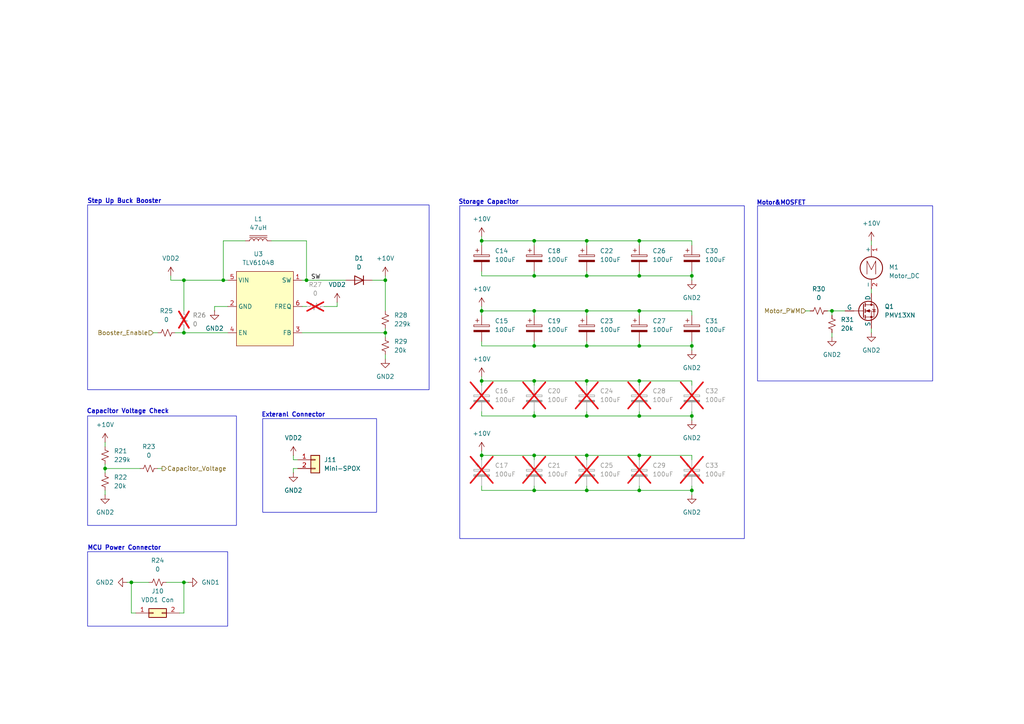
<source format=kicad_sch>
(kicad_sch (version 20231120) (generator "eeschema") (generator_version "8.0")
  (paper "A4")
  (title_block (title "Simple Lock Motor") (date "2024-04-27") (company "MAZE"))
  (lib_symbols
    (symbol "Connector_Generic:Conn_01x02" (pin_names (offset 1.016) hide)
      (property "Reference" "J" (at 0 2.54 0))
      (property "Value" "Conn_01x02" (at 0 -5.08 0))
      (symbol "Conn_01x02_1_1"
        (rectangle (start -1.27 -2.413) (end 0 -2.667) (stroke (width 0.1524)))
        (rectangle (start -1.27 0.127) (end 0 -0.127) (stroke (width 0.1524)))
        (rectangle (start -1.27 1.27) (end 1.27 -3.81) (stroke (width 0.254)) (fill (type background)))
        (pin passive line (at -5.08 0 0) (length 3.81) (name "Pin_1") (number "1"))
        (pin passive line (at -5.08 -2.54 0) (length 3.81) (name "Pin_2") (number "2"))
      )
    )
    (symbol "Connector_Generic:Conn_02x01" (pin_names (offset 1.016) hide)
      (property "Reference" "J" (at 1.27 2.54 0))
      (property "Value" "Conn_02x01" (at 1.27 -2.54 0))
      (symbol "Conn_02x01_1_1"
        (rectangle (start -1.27 0.127) (end 0 -0.127) (stroke (width 0.1524)))
        (rectangle (start -1.27 1.27) (end 3.81 -1.27) (stroke (width 0.254)) (fill (type background)))
        (rectangle (start 3.81 0.127) (end 2.54 -0.127) (stroke (width 0.1524)))
        (pin passive line (at -5.08 0 0) (length 3.81) (name "Pin_1") (number "1"))
        (pin passive line (at 7.62 0 180) (length 3.81) (name "Pin_2") (number "2"))
      )
    )
    (symbol "Device:C_Polarized" (pin_numbers hide) (pin_names (offset 0.254))
      (property "Reference" "C" (at 0.635 2.54 0))
      (property "Value" "C_Polarized" (at 0.635 -2.54 0))
      (symbol "C_Polarized_0_1"
        (rectangle (start -2.286 0.508) (end 2.286 1.016))
        (polyline (pts (xy -1.778 2.286) (xy -0.762 2.286)))
        (polyline (pts (xy -1.27 2.794) (xy -1.27 1.778)))
        (rectangle (start 2.286 -0.508) (end -2.286 -1.016) (fill (type outline)))
      )
      (symbol "C_Polarized_1_1"
        (pin passive line (at 0 3.81 270) (length 2.794) (name "~") (number "1"))
        (pin passive line (at 0 -3.81 90) (length 2.794) (name "~") (number "2"))
      )
    )
    (symbol "Device:D" (pin_numbers hide) (pin_names (offset 1.016) hide)
      (property "Reference" "D" (at 0 2.54 0))
      (property "Value" "D" (at 0 -2.54 0))
      (symbol "D_0_1"
        (polyline (pts (xy -1.27 1.27) (xy -1.27 -1.27)) (stroke (width 0.254)))
        (polyline (pts (xy 1.27 0) (xy -1.27 0)))
        (polyline (pts (xy 1.27 1.27) (xy 1.27 -1.27) (xy -1.27 0) (xy 1.27 1.27)) (stroke (width 0.254)))
      )
      (symbol "D_1_1"
        (pin passive line (at -3.81 0 0) (length 2.54) (name "K") (number "1"))
        (pin passive line (at 3.81 0 180) (length 2.54) (name "A") (number "2"))
      )
    )
    (symbol "Device:L_Iron" (pin_numbers hide) (pin_names (offset 1.016) hide)
      (property "Reference" "L" (at -1.27 0 90))
      (property "Value" "L_Iron" (at 2.794 0 90))
      (symbol "L_Iron_0_1"
        (arc (start 0 -2.54) (mid 0.6323 -1.905) (end 0 -1.27))
        (arc (start 0 -1.27) (mid 0.6323 -0.635) (end 0 0))
        (polyline (pts (xy 1.016 2.54) (xy 1.016 -2.54)))
        (polyline (pts (xy 1.524 -2.54) (xy 1.524 2.54)))
        (arc (start 0 0) (mid 0.6323 0.635) (end 0 1.27))
        (arc (start 0 1.27) (mid 0.6323 1.905) (end 0 2.54))
      )
      (symbol "L_Iron_1_1"
        (pin passive line (at 0 3.81 270) (length 1.27) (name "1") (number "1"))
        (pin passive line (at 0 -3.81 90) (length 1.27) (name "2") (number "2"))
      )
    )
    (symbol "Device:R_Small_US" (pin_numbers hide) (pin_names (offset 0.254) hide)
      (property "Reference" "R" (at 0.762 0.508 0))
      (property "Value" "R_Small_US" (at 0.762 -1.016 0))
      (symbol "R_Small_US_1_1"
        (polyline (pts (xy 0 0) (xy 1.016 -0.381) (xy 0 -0.762) (xy -1.016 -1.143) (xy 0 -1.524)))
        (polyline (pts (xy 0 1.524) (xy 1.016 1.143) (xy 0 0.762) (xy -1.016 0.381) (xy 0 0)))
        (pin passive line (at 0 2.54 270) (length 1.016) (name "~") (number "1"))
        (pin passive line (at 0 -2.54 90) (length 1.016) (name "~") (number "2"))
      )
    )
    (symbol "HS_Boost_Converter:TLV61048"
      (property "Reference" "U" (at 0 5.08 0))
      (property "Value" "TLV61048" (at 0.254 3.048 0))
      (symbol "TLV61048_0_0"
        (pin power_out line (at 21.59 -2.54 180) (length 2.54) (name "SW") (number "1"))
        (pin power_in line (at 0 -10.16 0) (length 2.54) (name "GND") (number "2"))
        (pin input line (at 21.59 -17.78 180) (length 2.54) (name "FB") (number "3"))
        (pin input line (at 0 -17.78 0) (length 2.54) (name "EN") (number "4"))
        (pin power_in line (at 0 -2.54 0) (length 2.54) (name "VIN") (number "5"))
        (pin input line (at 21.59 -10.16 180) (length 2.54) (name "FREQ") (number "6"))
      )
      (symbol "TLV61048_1_1"
        (rectangle (start 2.54 0) (end 19.05 -21.59) (fill (type background)))
      )
    )
    (symbol "Motor:Motor_DC" (pin_names (offset 0))
      (property "Reference" "M" (at 2.54 2.54 0))
      (property "Value" "Motor_DC" (at 2.54 -5.08 0))
      (symbol "Motor_DC_0_0"
        (polyline (pts (xy -1.27 -3.302) (xy -1.27 0.508) (xy 0 -2.032) (xy 1.27 0.508) (xy 1.27 -3.302)))
      )
      (symbol "Motor_DC_0_1"
        (circle (center 0 -1.524) (radius 3.2512) (stroke (width 0.254)))
        (polyline (pts (xy 0 -7.62) (xy 0 -7.112)))
        (polyline (pts (xy 0 -4.7752) (xy 0 -5.1816)))
        (polyline (pts (xy 0 1.7272) (xy 0 2.0828)))
        (polyline (pts (xy 0 2.032) (xy 0 2.54)))
      )
      (symbol "Motor_DC_1_1"
        (pin passive line (at 0 5.08 270) (length 2.54) (name "+") (number "1"))
        (pin passive line (at 0 -7.62 90) (length 2.54) (name "-") (number "2"))
      )
    )
    (symbol "Simulation_SPICE:NMOS" (pin_numbers hide) (pin_names (offset 0))
      (property "Reference" "Q" (at 5.08 1.27 0))
      (property "Value" "NMOS" (at 5.08 -1.27 0))
      (symbol "NMOS_0_1"
        (polyline (pts (xy 0.254 0) (xy -2.54 0)))
        (polyline (pts (xy 0.254 1.905) (xy 0.254 -1.905)) (stroke (width 0.254)))
        (polyline (pts (xy 0.762 -1.27) (xy 0.762 -2.286)) (stroke (width 0.254)))
        (polyline (pts (xy 0.762 0.508) (xy 0.762 -0.508)) (stroke (width 0.254)))
        (polyline (pts (xy 0.762 2.286) (xy 0.762 1.27)) (stroke (width 0.254)))
        (polyline (pts (xy 2.54 2.54) (xy 2.54 1.778)))
        (polyline (pts (xy 2.54 -2.54) (xy 2.54 0) (xy 0.762 0)))
        (polyline (pts (xy 0.762 -1.778) (xy 3.302 -1.778) (xy 3.302 1.778) (xy 0.762 1.778)))
        (polyline (pts (xy 1.016 0) (xy 2.032 0.381) (xy 2.032 -0.381) (xy 1.016 0)) (fill (type outline)))
        (polyline (pts (xy 2.794 0.508) (xy 2.921 0.381) (xy 3.683 0.381) (xy 3.81 0.254)))
        (polyline (pts (xy 3.302 0.381) (xy 2.921 -0.254) (xy 3.683 -0.254) (xy 3.302 0.381)))
        (circle (center 1.651 0) (radius 2.794) (stroke (width 0.254)))
        (circle (center 2.54 -1.778) (radius 0.254) (fill (type outline)))
        (circle (center 2.54 1.778) (radius 0.254) (fill (type outline)))
      )
      (symbol "NMOS_1_1"
        (pin passive line (at 2.54 5.08 270) (length 2.54) (name "D") (number "1"))
        (pin input line (at -5.08 0 0) (length 2.54) (name "G") (number "2"))
        (pin passive line (at 2.54 -5.08 90) (length 2.54) (name "S") (number "3"))
      )
    )
    (symbol "power:+10V" (power) (pin_numbers hide) (pin_names (offset 0) hide)
      (property "Value" "+10V" (at 0 3.556 0))
      (symbol "+10V_0_1"
        (polyline (pts (xy -0.762 1.27) (xy 0 2.54)))
        (polyline (pts (xy 0 0) (xy 0 2.54)))
        (polyline (pts (xy 0 2.54) (xy 0.762 1.27)))
      )
      (symbol "+10V_1_1"
        (pin power_in line (at 0 0 90) (length 0) (name "~") (number "1"))
      )
    )
    (symbol "power:GND1" (power) (pin_numbers hide) (pin_names (offset 0) hide)
      (property "Value" "GND1" (at 0 -3.81 0))
      (symbol "GND1_0_1"
        (polyline (pts (xy 0 0) (xy 0 -1.27) (xy 1.27 -1.27) (xy 0 -2.54) (xy -1.27 -1.27) (xy 0 -1.27)))
      )
      (symbol "GND1_1_1"
        (pin power_in line (at 0 0 270) (length 0) (name "~") (number "1"))
      )
    )
    (symbol "power:GND2" (power) (pin_numbers hide) (pin_names (offset 0) hide)
      (property "Value" "GND2" (at 0 -3.81 0))
      (symbol "GND2_0_1"
        (polyline (pts (xy 0 0) (xy 0 -1.27) (xy 1.27 -1.27) (xy 0 -2.54) (xy -1.27 -1.27) (xy 0 -1.27)))
      )
      (symbol "GND2_1_1"
        (pin power_in line (at 0 0 270) (length 0) (name "~") (number "1"))
      )
    )
    (symbol "power:VDD" (power) (pin_numbers hide) (pin_names (offset 0) hide)
      (property "Value" "VDD" (at 0 3.556 0))
      (symbol "VDD_0_1"
        (polyline (pts (xy -0.762 1.27) (xy 0 2.54)))
        (polyline (pts (xy 0 0) (xy 0 2.54)))
        (polyline (pts (xy 0 2.54) (xy 0.762 1.27)))
      )
      (symbol "VDD_1_1"
        (pin power_in line (at 0 0 90) (length 0) (name "~") (number "1"))
      )
    )
  )
  (junction (at 185.42 142.24))
  (junction (at 170.18 90.17))
  (junction (at 154.94 110.49))
  (junction (at 139.7 132.08))
  (junction (at 170.18 120.65))
  (junction (at 139.7 90.17))
  (junction (at 200.66 80.01))
  (junction (at 170.18 69.85))
  (junction (at 111.76 96.52))
  (junction (at 170.18 100.33))
  (junction (at 88.9 81.28))
  (junction (at 30.48 135.89))
  (junction (at 53.34 81.28))
  (junction (at 53.34 96.52))
  (junction (at 139.7 110.49))
  (junction (at 185.42 90.17))
  (junction (at 154.94 132.08))
  (junction (at 154.94 120.65))
  (junction (at 185.42 100.33))
  (junction (at 111.76 81.28))
  (junction (at 154.94 100.33))
  (junction (at 38.1 168.91))
  (junction (at 185.42 110.49))
  (junction (at 53.34 168.91))
  (junction (at 185.42 80.01))
  (junction (at 154.94 80.01))
  (junction (at 241.3 90.17))
  (junction (at 200.66 100.33))
  (junction (at 64.77 81.28))
  (junction (at 170.18 142.24))
  (junction (at 200.66 120.65))
  (junction (at 154.94 69.85))
  (junction (at 185.42 69.85))
  (junction (at 139.7 69.85))
  (junction (at 185.42 132.08))
  (junction (at 154.94 90.17))
  (junction (at 170.18 110.49))
  (junction (at 170.18 80.01))
  (junction (at 170.18 132.08))
  (junction (at 154.94 142.24))
  (junction (at 200.66 142.24))
  (junction (at 185.42 120.65))
  (wire (pts (xy 85.09 132.08) (xy 85.09 133.35)))
  (wire (pts (xy 170.18 142.24) (xy 185.42 142.24)))
  (wire (pts (xy 38.1 168.91) (xy 43.18 168.91)))
  (wire (pts (xy 66.04 96.52) (xy 53.34 96.52)))
  (wire (pts (xy 154.94 132.08) (xy 154.94 133.35)))
  (wire (pts (xy 78.74 69.85) (xy 88.9 69.85)))
  (wire (pts (xy 154.94 119.38) (xy 154.94 120.65)))
  (wire (pts (xy 62.23 88.9) (xy 62.23 90.17)))
  (wire (pts (xy 154.94 78.74) (xy 154.94 80.01)))
  (wire (pts (xy 139.7 100.33) (xy 154.94 100.33)))
  (wire (pts (xy 200.66 91.44) (xy 200.66 90.17)))
  (wire (pts (xy 52.07 177.8) (xy 53.34 177.8)))
  (wire (pts (xy 30.48 135.89) (xy 30.48 137.16)))
  (wire (pts (xy 30.48 142.24) (xy 30.48 143.51)))
  (wire (pts (xy 185.42 69.85) (xy 170.18 69.85)))
  (wire (pts (xy 200.66 111.76) (xy 200.66 110.49)))
  (wire (pts (xy 200.66 71.12) (xy 200.66 69.85)))
  (wire (pts (xy 139.7 80.01) (xy 154.94 80.01)))
  (wire (pts (xy 170.18 69.85) (xy 154.94 69.85)))
  (wire (pts (xy 111.76 95.25) (xy 111.76 96.52)))
  (wire (pts (xy 185.42 142.24) (xy 200.66 142.24)))
  (wire (pts (xy 185.42 140.97) (xy 185.42 142.24)))
  (wire (pts (xy 252.73 83.82) (xy 252.73 85.09)))
  (wire (pts (xy 53.34 168.91) (xy 54.61 168.91)))
  (wire (pts (xy 200.66 110.49) (xy 185.42 110.49)))
  (wire (pts (xy 200.66 120.65) (xy 200.66 121.92)))
  (wire (pts (xy 154.94 69.85) (xy 154.94 71.12)))
  (wire (pts (xy 36.83 168.91) (xy 38.1 168.91)))
  (wire (pts (xy 200.66 100.33) (xy 200.66 101.6)))
  (wire (pts (xy 170.18 90.17) (xy 170.18 91.44)))
  (wire (pts (xy 30.48 135.89) (xy 30.48 134.62)))
  (wire (pts (xy 139.7 90.17) (xy 139.7 91.44)))
  (wire (pts (xy 185.42 90.17) (xy 170.18 90.17)))
  (wire (pts (xy 49.53 81.28) (xy 53.34 81.28)))
  (wire (pts (xy 139.7 88.9) (xy 139.7 90.17)))
  (wire (pts (xy 200.66 80.01) (xy 200.66 81.28)))
  (wire (pts (xy 64.77 69.85) (xy 64.77 81.28)))
  (wire (pts (xy 252.73 96.52) (xy 252.73 95.25)))
  (wire (pts (xy 154.94 99.06) (xy 154.94 100.33)))
  (wire (pts (xy 53.34 81.28) (xy 64.77 81.28)))
  (wire (pts (xy 85.09 135.89) (xy 85.09 137.16)))
  (wire (pts (xy 111.76 102.87) (xy 111.76 104.14)))
  (wire (pts (xy 50.8 96.52) (xy 53.34 96.52)))
  (wire (pts (xy 170.18 140.97) (xy 170.18 142.24)))
  (wire (pts (xy 170.18 80.01) (xy 185.42 80.01)))
  (wire (pts (xy 170.18 132.08) (xy 170.18 133.35)))
  (wire (pts (xy 85.09 133.35) (xy 86.36 133.35)))
  (wire (pts (xy 233.68 90.17) (xy 234.95 90.17)))
  (wire (pts (xy 185.42 119.38) (xy 185.42 120.65)))
  (wire (pts (xy 170.18 132.08) (xy 154.94 132.08)))
  (wire (pts (xy 139.7 110.49) (xy 139.7 111.76)))
  (wire (pts (xy 139.7 130.81) (xy 139.7 132.08)))
  (wire (pts (xy 185.42 110.49) (xy 185.42 111.76)))
  (wire (pts (xy 139.7 140.97) (xy 139.7 142.24)))
  (wire (pts (xy 245.11 90.17) (xy 241.3 90.17)))
  (wire (pts (xy 87.63 88.9) (xy 88.9 88.9)))
  (wire (pts (xy 139.7 142.24) (xy 154.94 142.24)))
  (wire (pts (xy 30.48 128.27) (xy 30.48 129.54)))
  (wire (pts (xy 139.7 68.58) (xy 139.7 69.85)))
  (wire (pts (xy 154.94 100.33) (xy 170.18 100.33)))
  (wire (pts (xy 185.42 90.17) (xy 185.42 91.44)))
  (wire (pts (xy 44.45 96.52) (xy 45.72 96.52)))
  (wire (pts (xy 154.94 140.97) (xy 154.94 142.24)))
  (wire (pts (xy 154.94 90.17) (xy 139.7 90.17)))
  (wire (pts (xy 154.94 80.01) (xy 170.18 80.01)))
  (wire (pts (xy 185.42 100.33) (xy 200.66 100.33)))
  (wire (pts (xy 170.18 120.65) (xy 185.42 120.65)))
  (wire (pts (xy 185.42 132.08) (xy 170.18 132.08)))
  (wire (pts (xy 200.66 132.08) (xy 185.42 132.08)))
  (wire (pts (xy 185.42 99.06) (xy 185.42 100.33)))
  (wire (pts (xy 154.94 132.08) (xy 139.7 132.08)))
  (wire (pts (xy 170.18 110.49) (xy 154.94 110.49)))
  (wire (pts (xy 139.7 109.22) (xy 139.7 110.49)))
  (wire (pts (xy 64.77 81.28) (xy 66.04 81.28)))
  (wire (pts (xy 139.7 119.38) (xy 139.7 120.65)))
  (wire (pts (xy 97.79 87.63) (xy 97.79 88.9)))
  (wire (pts (xy 154.94 69.85) (xy 139.7 69.85)))
  (wire (pts (xy 139.7 99.06) (xy 139.7 100.33)))
  (wire (pts (xy 45.72 135.89) (xy 46.99 135.89)))
  (wire (pts (xy 48.26 168.91) (xy 53.34 168.91)))
  (wire (pts (xy 49.53 81.28) (xy 49.53 80.01)))
  (wire (pts (xy 241.3 90.17) (xy 241.3 91.44)))
  (wire (pts (xy 241.3 96.52) (xy 241.3 97.79)))
  (wire (pts (xy 170.18 69.85) (xy 170.18 71.12)))
  (wire (pts (xy 170.18 90.17) (xy 154.94 90.17)))
  (wire (pts (xy 87.63 96.52) (xy 111.76 96.52)))
  (wire (pts (xy 154.94 110.49) (xy 154.94 111.76)))
  (wire (pts (xy 111.76 80.01) (xy 111.76 81.28)))
  (wire (pts (xy 38.1 177.8) (xy 38.1 168.91)))
  (wire (pts (xy 252.73 69.85) (xy 252.73 71.12)))
  (wire (pts (xy 71.12 69.85) (xy 64.77 69.85)))
  (wire (pts (xy 185.42 80.01) (xy 200.66 80.01)))
  (wire (pts (xy 139.7 120.65) (xy 154.94 120.65)))
  (wire (pts (xy 185.42 132.08) (xy 185.42 133.35)))
  (wire (pts (xy 66.04 88.9) (xy 62.23 88.9)))
  (wire (pts (xy 39.37 177.8) (xy 38.1 177.8)))
  (wire (pts (xy 170.18 110.49) (xy 170.18 111.76)))
  (wire (pts (xy 88.9 81.28) (xy 100.33 81.28)))
  (wire (pts (xy 139.7 78.74) (xy 139.7 80.01)))
  (wire (pts (xy 88.9 69.85) (xy 88.9 81.28)))
  (wire (pts (xy 154.94 120.65) (xy 170.18 120.65)))
  (wire (pts (xy 111.76 96.52) (xy 111.76 97.79)))
  (wire (pts (xy 154.94 142.24) (xy 170.18 142.24)))
  (wire (pts (xy 40.64 135.89) (xy 30.48 135.89)))
  (wire (pts (xy 170.18 78.74) (xy 170.18 80.01)))
  (wire (pts (xy 139.7 132.08) (xy 139.7 133.35)))
  (wire (pts (xy 107.95 81.28) (xy 111.76 81.28)))
  (wire (pts (xy 200.66 99.06) (xy 200.66 100.33)))
  (wire (pts (xy 200.66 119.38) (xy 200.66 120.65)))
  (wire (pts (xy 53.34 177.8) (xy 53.34 168.91)))
  (wire (pts (xy 97.79 88.9) (xy 93.98 88.9)))
  (wire (pts (xy 53.34 96.52) (xy 53.34 95.25)))
  (wire (pts (xy 154.94 110.49) (xy 139.7 110.49)))
  (wire (pts (xy 154.94 90.17) (xy 154.94 91.44)))
  (wire (pts (xy 200.66 78.74) (xy 200.66 80.01)))
  (wire (pts (xy 200.66 90.17) (xy 185.42 90.17)))
  (wire (pts (xy 200.66 133.35) (xy 200.66 132.08)))
  (wire (pts (xy 200.66 142.24) (xy 200.66 143.51)))
  (wire (pts (xy 170.18 99.06) (xy 170.18 100.33)))
  (wire (pts (xy 240.03 90.17) (xy 241.3 90.17)))
  (wire (pts (xy 185.42 69.85) (xy 185.42 71.12)))
  (wire (pts (xy 185.42 110.49) (xy 170.18 110.49)))
  (wire (pts (xy 170.18 100.33) (xy 185.42 100.33)))
  (wire (pts (xy 86.36 135.89) (xy 85.09 135.89)))
  (wire (pts (xy 53.34 81.28) (xy 53.34 90.17)))
  (wire (pts (xy 185.42 120.65) (xy 200.66 120.65)))
  (wire (pts (xy 185.42 78.74) (xy 185.42 80.01)))
  (wire (pts (xy 139.7 69.85) (xy 139.7 71.12)))
  (wire (pts (xy 170.18 119.38) (xy 170.18 120.65)))
  (wire (pts (xy 200.66 69.85) (xy 185.42 69.85)))
  (wire (pts (xy 111.76 90.17) (xy 111.76 81.28)))
  (wire (pts (xy 87.63 81.28) (xy 88.9 81.28)))
  (wire (pts (xy 200.66 140.97) (xy 200.66 142.24)))
  (rectangle (start 133.35 59.69) (end 215.9 156.21))
  (rectangle (start 25.4 120.65) (end 68.58 152.4))
  (rectangle (start 76.2 121.412) (end 109.22 148.59))
  (rectangle (start 219.71 59.69) (end 270.51 110.49))
  (rectangle (start 25.4 59.436) (end 124.46 113.03))
  (rectangle (start 25.4 160.02) (end 66.04 181.61))
  (text "Storage Capacitor" (at 141.732 58.674 0) (effects (font (size 1.27 1.27) (thickness 0.254) (bold yes))))
  (text "MCU Power Connector" (at 36.068 159.004 0) (effects (font (size 1.27 1.27) (thickness 0.254) (bold yes))))
  (text "Motor&MOSFET" (at 226.568 58.928 0) (effects (font (size 1.27 1.27) (thickness 0.254) (bold yes))))
  (text "Exteranl Connector" (at 85.09 120.396 0) (effects (font (size 1.27 1.27) (thickness 0.254) (bold yes))))
  (text "Capacitor Voltage Check" (at 37.084 119.38 0) (effects (font (size 1.27 1.27) (thickness 0.254) (bold yes))))
  (text "Step Up Buck Booster" (at 36.068 58.42 0) (effects (font (size 1.27 1.27) (thickness 0.254) (bold yes))))
  (label "SW" (at 90.17 81.28 0))
  (hierarchical_label "Motor_PWM" (shape input) (at 233.68 90.17 180))
  (hierarchical_label "Booster_Enable" (shape input) (at 44.45 96.52 180))
  (hierarchical_label "Capacitor_Voltage" (shape output) (at 46.99 135.89 0))
  (symbol (lib_id "power:GND2") (at 200.66 101.6 0) (unit 1)
    (property "Reference" "#PWR059" (effects (hide yes)))
    (property "Value" "GND2" (at 200.66 106.68 0))
    (property "Description" "Power symbol creates a global label with name \"GND2\" , ground" (effects (hide yes)))
  )
  (symbol (lib_id "Device:R_Small_US") (at 241.3 93.98 180) (unit 1)
    (property "Reference" "R31" (at 243.84 92.7099 0) (effects (justify right)))
    (property "Value" "20k" (at 243.84 95.2499 0) (effects (justify right)))
    (property "Footprint" "SMD_HS:0603_1608_R" (effects (hide yes)))
    (property "Description" "Resistor, small US symbol" (effects (hide yes)))
  )
  (symbol (lib_id "Device:C_Polarized") (at 154.94 74.93 0) (unit 1)
    (property "Reference" "C18" (at 158.75 72.7709 0) (effects (justify left)))
    (property "Value" "100uF" (at 158.75 75.3109 0) (effects (justify left)))
    (property "Footprint" "SMD_HS:1206_3216_C_Polarized_HandSolder" (effects (hide yes)))
    (property "Description" "Polarized capacitor" (effects (hide yes)))
  )
  (symbol (lib_id "Device:R_Small_US") (at 45.72 168.91 90) (unit 1)
    (property "Reference" "R24" (at 45.72 162.56 90))
    (property "Value" "0" (at 45.72 165.1 90))
    (property "Footprint" "SMD_HS:0603_1608_R" (effects (hide yes)))
    (property "Description" "Resistor, small US symbol" (effects (hide yes)))
  )
  (symbol (lib_id "Device:C_Polarized") (at 185.42 74.93 0) (unit 1)
    (property "Reference" "C26" (at 189.23 72.7709 0) (effects (justify left)))
    (property "Value" "100uF" (at 189.23 75.3109 0) (effects (justify left)))
    (property "Footprint" "SMD_HS:1206_3216_C_Polarized_HandSolder" (effects (hide yes)))
    (property "Description" "Polarized capacitor" (effects (hide yes)))
  )
  (symbol (lib_id "HS_Boost_Converter:TLV61048") (at 66.04 78.74 0) (unit 1)
    (property "Reference" "U3" (at 74.93 73.66 0))
    (property "Value" "TLV61048" (at 74.93 76.2 0))
    (property "Footprint" "Package_TO_SOT_SMD_HS:SOT-23-6_HandSoldering" (effects (hide yes)))
    (property "Datasheet" "https://www.ti.com/lit/ds/symlink/tlv61048.pdf?ts=1711970384261&ref_url=https%253A%252F%252Fwww.ti.com%252Fproduct%252Fko-kr%252FTLV61048%252Fpart-details%252FTLV61048DBVT" (effects (hide yes)))
  )
  (symbol (lib_id "Device:C_Polarized") (at 185.42 95.25 0) (unit 1)
    (property "Reference" "C27" (at 189.23 93.0909 0) (effects (justify left)))
    (property "Value" "100uF" (at 189.23 95.6309 0) (effects (justify left)))
    (property "Footprint" "SMD_HS:1206_3216_C_Polarized_HandSolder" (effects (hide yes)))
    (property "Description" "Polarized capacitor" (effects (hide yes)))
  )
  (symbol (lib_id "power:GND2") (at 200.66 121.92 0) (unit 1)
    (property "Reference" "#PWR060" (effects (hide yes)))
    (property "Value" "GND2" (at 200.66 127 0))
    (property "Description" "Power symbol creates a global label with name \"GND2\" , ground" (effects (hide yes)))
  )
  (symbol (lib_id "power:GND2") (at 241.3 97.79 0) (unit 1)
    (property "Reference" "#PWR062" (effects (hide yes)))
    (property "Value" "GND2" (at 241.3 102.87 0))
    (property "Description" "Power symbol creates a global label with name \"GND2\" , ground" (effects (hide yes)))
  )
  (symbol (lib_id "Device:C_Polarized") (at 185.42 137.16 0) (unit 1) (dnp yes)
    (property "Reference" "C29" (at 189.23 135.0009 0) (effects (justify left)))
    (property "Value" "100uF" (at 189.23 137.5409 0) (effects (justify left)))
    (property "Footprint" "SMD_HS:1206_3216_C_Polarized_HandSolder" (effects (hide yes)))
    (property "Description" "Polarized capacitor" (effects (hide yes)))
  )
  (symbol (lib_id "power:+10V") (at 30.48 128.27 0) (unit 1)
    (property "Reference" "#PWR043" (effects (hide yes)))
    (property "Value" "+10V" (at 30.48 123.19 0))
    (property "Description" "Power symbol creates a global label with name \"+10V\"" (effects (hide yes)))
  )
  (symbol (lib_id "power:GND2") (at 111.76 104.14 0) (unit 1)
    (property "Reference" "#PWR053" (effects (hide yes)))
    (property "Value" "GND2" (at 111.76 109.22 0))
    (property "Description" "Power symbol creates a global label with name \"GND2\" , ground" (effects (hide yes)))
  )
  (symbol (lib_id "Device:R_Small_US") (at 91.44 88.9 270) (unit 1) (dnp yes)
    (property "Reference" "R27" (at 91.44 82.55 90))
    (property "Value" "0" (at 91.44 85.09 90))
    (property "Footprint" "SMD_HS:0603_1608_R" (effects (hide yes)))
    (property "Description" "Resistor, small US symbol" (effects (hide yes)))
  )
  (symbol (lib_id "power:GND2") (at 30.48 143.51 0) (unit 1)
    (property "Reference" "#PWR044" (effects (hide yes)))
    (property "Value" "GND2" (at 30.48 148.59 0))
    (property "Description" "Power symbol creates a global label with name \"GND2\" , ground" (effects (hide yes)))
  )
  (symbol (lib_id "power:+10V") (at 111.76 80.01 0) (unit 1)
    (property "Reference" "#PWR052" (effects (hide yes)))
    (property "Value" "+10V" (at 111.76 74.93 0))
    (property "Description" "Power symbol creates a global label with name \"+10V\"" (effects (hide yes)))
  )
  (symbol (lib_id "power:GND2") (at 252.73 96.52 0) (unit 1)
    (property "Reference" "#PWR064" (effects (hide yes)))
    (property "Value" "GND2" (at 252.73 101.6 0))
    (property "Description" "Power symbol creates a global label with name \"GND2\" , ground" (effects (hide yes)))
  )
  (symbol (lib_id "Device:R_Small_US") (at 48.26 96.52 270) (unit 1)
    (property "Reference" "R25" (at 48.26 90.17 90))
    (property "Value" "0" (at 48.26 92.71 90))
    (property "Footprint" "SMD_HS:0603_1608_R" (effects (hide yes)))
    (property "Description" "Resistor, small US symbol" (effects (hide yes)))
  )
  (symbol (lib_id "Device:C_Polarized") (at 139.7 95.25 0) (unit 1)
    (property "Reference" "C15" (at 143.51 93.0909 0) (effects (justify left)))
    (property "Value" "100uF" (at 143.51 95.6309 0) (effects (justify left)))
    (property "Footprint" "SMD_HS:1206_3216_C_Polarized_HandSolder" (effects (hide yes)))
    (property "Description" "Polarized capacitor" (effects (hide yes)))
  )
  (symbol (lib_id "Device:C_Polarized") (at 200.66 95.25 0) (unit 1)
    (property "Reference" "C31" (at 204.47 93.0909 0) (effects (justify left)))
    (property "Value" "100uF" (at 204.47 95.6309 0) (effects (justify left)))
    (property "Footprint" "SMD_HS:1206_3216_C_Polarized_HandSolder" (effects (hide yes)))
    (property "Description" "Polarized capacitor" (effects (hide yes)))
  )
  (symbol (lib_id "power:+10V") (at 252.73 69.85 0) (unit 1)
    (property "Reference" "#PWR063" (effects (hide yes)))
    (property "Value" "+10V" (at 252.73 64.77 0))
    (property "Description" "Power symbol creates a global label with name \"+10V\"" (effects (hide yes)))
  )
  (symbol (lib_id "power:VDD") (at 49.53 80.01 0) (unit 1)
    (property "Reference" "#PWR046" (effects (hide yes)))
    (property "Value" "VDD2" (at 49.53 74.93 0))
    (property "Description" "Power symbol creates a global label with name \"VDD\"" (effects (hide yes)))
  )
  (symbol (lib_id "Device:C_Polarized") (at 200.66 74.93 0) (unit 1)
    (property "Reference" "C30" (at 204.47 72.7709 0) (effects (justify left)))
    (property "Value" "100uF" (at 204.47 75.3109 0) (effects (justify left)))
    (property "Footprint" "SMD_HS:1206_3216_C_Polarized_HandSolder" (effects (hide yes)))
    (property "Description" "Polarized capacitor" (effects (hide yes)))
  )
  (symbol (lib_id "power:+10V") (at 139.7 88.9 0) (unit 1)
    (property "Reference" "#PWR055" (effects (hide yes)))
    (property "Value" "+10V" (at 139.7 83.82 0))
    (property "Description" "Power symbol creates a global label with name \"+10V\"" (effects (hide yes)))
  )
  (symbol (lib_id "Device:R_Small_US") (at 111.76 100.33 180) (unit 1)
    (property "Reference" "R29" (at 114.3 99.0599 0) (effects (justify right)))
    (property "Value" "20k" (at 114.3 101.5999 0) (effects (justify right)))
    (property "Footprint" "SMD_HS:0603_1608_R" (effects (hide yes)))
    (property "Description" "Resistor, small US symbol" (effects (hide yes)))
  )
  (symbol (lib_id "Device:C_Polarized") (at 170.18 137.16 0) (unit 1) (dnp yes)
    (property "Reference" "C25" (at 173.99 135.0009 0) (effects (justify left)))
    (property "Value" "100uF" (at 173.99 137.5409 0) (effects (justify left)))
    (property "Footprint" "SMD_HS:1206_3216_C_Polarized_HandSolder" (effects (hide yes)))
    (property "Description" "Polarized capacitor" (effects (hide yes)))
  )
  (symbol (lib_id "Device:C_Polarized") (at 139.7 115.57 0) (unit 1) (dnp yes)
    (property "Reference" "C16" (at 143.51 113.4109 0) (effects (justify left)))
    (property "Value" "100uF" (at 143.51 115.9509 0) (effects (justify left)))
    (property "Footprint" "SMD_HS:1206_3216_C_Polarized_HandSolder" (effects (hide yes)))
    (property "Description" "Polarized capacitor" (effects (hide yes)))
  )
  (symbol (lib_id "Device:C_Polarized") (at 154.94 115.57 0) (unit 1) (dnp yes)
    (property "Reference" "C20" (at 158.75 113.4109 0) (effects (justify left)))
    (property "Value" "100uF" (at 158.75 115.9509 0) (effects (justify left)))
    (property "Footprint" "SMD_HS:1206_3216_C_Polarized_HandSolder" (effects (hide yes)))
    (property "Description" "Polarized capacitor" (effects (hide yes)))
  )
  (symbol (lib_id "Simulation_SPICE:NMOS") (at 250.19 90.17 0) (unit 1)
    (property "Reference" "Q1" (at 256.54 88.8999 0) (effects (justify left)))
    (property "Value" "PMV13XN" (at 256.54 91.4399 0) (effects (justify left)))
    (property "Footprint" "Package_TO_SOT_SMD_HS:SOT-23" (effects (hide yes)))
    (property "Datasheet" "https://ngspice.sourceforge.io/docs/ngspice-html-manual/manual.xhtml#cha_MOSFETs" (effects (hide yes)))
    (property "Description" "N-MOSFET transistor, drain/source/gate" (effects (hide yes)))
    (property "Sim.Device" "NMOS" (effects (hide yes)))
    (property "Sim.Type" "VDMOS" (effects (hide yes)))
    (property "Sim.Pins" "1=D 2=G 3=S" (effects (hide yes)))
  )
  (symbol (lib_id "power:VDD") (at 85.09 132.08 0) (unit 1)
    (property "Reference" "#PWR049" (effects (hide yes)))
    (property "Value" "VDD2" (at 85.09 127 0))
    (property "Description" "Power symbol creates a global label with name \"VDD\"" (effects (hide yes)))
  )
  (symbol (lib_id "Device:R_Small_US") (at 237.49 90.17 270) (unit 1)
    (property "Reference" "R30" (at 237.49 83.82 90))
    (property "Value" "0" (at 237.49 86.36 90))
    (property "Footprint" "SMD_HS:0603_1608_R" (effects (hide yes)))
    (property "Description" "Resistor, small US symbol" (effects (hide yes)))
  )
  (symbol (lib_id "Device:R_Small_US") (at 30.48 132.08 180) (unit 1)
    (property "Reference" "R21" (at 33.02 130.8099 0) (effects (justify right)))
    (property "Value" "229k" (at 33.02 133.3499 0) (effects (justify right)))
    (property "Footprint" "SMD_HS:0603_1608_R" (effects (hide yes)))
    (property "Description" "Resistor, small US symbol" (effects (hide yes)))
  )
  (symbol (lib_id "Device:C_Polarized") (at 200.66 137.16 0) (unit 1) (dnp yes)
    (property "Reference" "C33" (at 204.47 135.0009 0) (effects (justify left)))
    (property "Value" "100uF" (at 204.47 137.5409 0) (effects (justify left)))
    (property "Footprint" "SMD_HS:1206_3216_C_Polarized_HandSolder" (effects (hide yes)))
    (property "Description" "Polarized capacitor" (effects (hide yes)))
  )
  (symbol (lib_id "power:GND2") (at 85.09 137.16 0) (unit 1)
    (property "Reference" "#PWR050" (effects (hide yes)))
    (property "Value" "GND2" (at 85.09 142.24 0))
    (property "Description" "Power symbol creates a global label with name \"GND2\" , ground" (effects (hide yes)))
  )
  (symbol (lib_id "Device:C_Polarized") (at 170.18 95.25 0) (unit 1)
    (property "Reference" "C23" (at 173.99 93.0909 0) (effects (justify left)))
    (property "Value" "100uF" (at 173.99 95.6309 0) (effects (justify left)))
    (property "Footprint" "SMD_HS:1206_3216_C_Polarized_HandSolder" (effects (hide yes)))
    (property "Description" "Polarized capacitor" (effects (hide yes)))
  )
  (symbol (lib_id "Device:R_Small_US") (at 30.48 139.7 180) (unit 1)
    (property "Reference" "R22" (at 33.02 138.4299 0) (effects (justify right)))
    (property "Value" "20k" (at 33.02 140.9699 0) (effects (justify right)))
    (property "Footprint" "SMD_HS:0603_1608_R" (effects (hide yes)))
    (property "Description" "Resistor, small US symbol" (effects (hide yes)))
  )
  (symbol (lib_id "power:GND2") (at 200.66 143.51 0) (unit 1)
    (property "Reference" "#PWR061" (effects (hide yes)))
    (property "Value" "GND2" (at 200.66 148.59 0))
    (property "Description" "Power symbol creates a global label with name \"GND2\" , ground" (effects (hide yes)))
  )
  (symbol (lib_id "Device:C_Polarized") (at 139.7 74.93 0) (unit 1)
    (property "Reference" "C14" (at 143.51 72.7709 0) (effects (justify left)))
    (property "Value" "100uF" (at 143.51 75.3109 0) (effects (justify left)))
    (property "Footprint" "SMD_HS:1206_3216_C_Polarized_HandSolder" (effects (hide yes)))
    (property "Description" "Polarized capacitor" (effects (hide yes)))
  )
  (symbol (lib_id "Connector_Generic:Conn_01x02") (at 91.44 133.35 0) (unit 1)
    (property "Reference" "J11" (at 93.98 133.3499 0) (effects (justify left)))
    (property "Value" "Mini-SPOX" (at 93.98 135.8899 0) (effects (justify left)))
    (property "Footprint" "Connector_HS:5267-02A" (effects (hide yes)))
    (property "Description" "Generic connector, single row, 01x02, script generated (kicad-library-utils/schlib/autogen/connector/)" (effects (hide yes)))
  )
  (symbol (lib_id "Device:C_Polarized") (at 154.94 137.16 0) (unit 1) (dnp yes)
    (property "Reference" "C21" (at 158.75 135.0009 0) (effects (justify left)))
    (property "Value" "100uF" (at 158.75 137.5409 0) (effects (justify left)))
    (property "Footprint" "SMD_HS:1206_3216_C_Polarized_HandSolder" (effects (hide yes)))
    (property "Description" "Polarized capacitor" (effects (hide yes)))
  )
  (symbol (lib_id "Connector_Generic:Conn_02x01") (at 44.45 177.8 0) (unit 1)
    (property "Reference" "J10" (at 45.72 171.45 0))
    (property "Value" "VDD1 Con" (at 45.72 173.99 0))
    (property "Footprint" "Connector_HS:PinHeader_1x02_P2.54mm" (effects (hide yes)))
    (property "Description" "Generic connector, double row, 02x01, this symbol is compatible with counter-clockwise, top-bottom and odd-even numbering schemes., script generated (kicad-library-utils/schlib/autogen/connector/)" (effects (hide yes)))
  )
  (symbol (lib_id "Device:C_Polarized") (at 154.94 95.25 0) (unit 1)
    (property "Reference" "C19" (at 158.75 93.0909 0) (effects (justify left)))
    (property "Value" "100uF" (at 158.75 95.6309 0) (effects (justify left)))
    (property "Footprint" "SMD_HS:1206_3216_C_Polarized_HandSolder" (effects (hide yes)))
    (property "Description" "Polarized capacitor" (effects (hide yes)))
  )
  (symbol (lib_id "Device:L_Iron") (at 74.93 69.85 270) (mirror x) (unit 1)
    (property "Reference" "L1" (at 74.93 63.5 90))
    (property "Value" "47uH" (at 74.93 66.04 90))
    (property "Footprint" "Simple_Lock:SER1390" (effects (hide yes)))
    (property "Description" "Inductor with iron core" (effects (hide yes)))
  )
  (symbol (lib_id "power:GND2") (at 62.23 90.17 0) (unit 1)
    (property "Reference" "#PWR048" (effects (hide yes)))
    (property "Value" "GND2" (at 62.23 95.25 0))
    (property "Description" "Power symbol creates a global label with name \"GND2\" , ground" (effects (hide yes)))
  )
  (symbol (lib_id "Device:D") (at 104.14 81.28 180) (unit 1)
    (property "Reference" "D1" (at 104.14 74.93 0))
    (property "Value" "D" (at 104.14 77.47 0))
    (property "Footprint" "Simple_Lock:SDMG0340L" (effects (hide yes)))
    (property "Description" "Diode" (effects (hide yes)))
    (property "Sim.Device" "D" (effects (hide yes)))
    (property "Sim.Pins" "1=K 2=A" (effects (hide yes)))
  )
  (symbol (lib_id "power:+10V") (at 139.7 109.22 0) (unit 1)
    (property "Reference" "#PWR056" (effects (hide yes)))
    (property "Value" "+10V" (at 139.7 104.14 0))
    (property "Description" "Power symbol creates a global label with name \"+10V\"" (effects (hide yes)))
  )
  (symbol (lib_id "Device:C_Polarized") (at 185.42 115.57 0) (unit 1) (dnp yes)
    (property "Reference" "C28" (at 189.23 113.4109 0) (effects (justify left)))
    (property "Value" "100uF" (at 189.23 115.9509 0) (effects (justify left)))
    (property "Footprint" "SMD_HS:1206_3216_C_Polarized_HandSolder" (effects (hide yes)))
    (property "Description" "Polarized capacitor" (effects (hide yes)))
  )
  (symbol (lib_id "power:GND1") (at 54.61 168.91 90) (unit 1)
    (property "Reference" "#PWR047" (effects (hide yes)))
    (property "Value" "GND1" (at 58.42 168.9099 90) (effects (justify right)))
    (property "Description" "Power symbol creates a global label with name \"GND1\" , ground" (effects (hide yes)))
  )
  (symbol (lib_id "power:GND2") (at 200.66 81.28 0) (unit 1)
    (property "Reference" "#PWR058" (effects (hide yes)))
    (property "Value" "GND2" (at 200.66 86.36 0))
    (property "Description" "Power symbol creates a global label with name \"GND2\" , ground" (effects (hide yes)))
  )
  (symbol (lib_id "Device:C_Polarized") (at 139.7 137.16 0) (unit 1) (dnp yes)
    (property "Reference" "C17" (at 143.51 135.0009 0) (effects (justify left)))
    (property "Value" "100uF" (at 143.51 137.5409 0) (effects (justify left)))
    (property "Footprint" "SMD_HS:1206_3216_C_Polarized_HandSolder" (effects (hide yes)))
    (property "Description" "Polarized capacitor" (effects (hide yes)))
  )
  (symbol (lib_id "power:GND2") (at 36.83 168.91 270) (unit 1)
    (property "Reference" "#PWR065" (effects (hide yes)))
    (property "Value" "GND2" (at 33.02 168.9099 90) (effects (justify right)))
    (property "Description" "Power symbol creates a global label with name \"GND2\" , ground" (effects (hide yes)))
  )
  (symbol (lib_id "power:+10V") (at 139.7 130.81 0) (unit 1)
    (property "Reference" "#PWR057" (effects (hide yes)))
    (property "Value" "+10V" (at 139.7 125.73 0))
    (property "Description" "Power symbol creates a global label with name \"+10V\"" (effects (hide yes)))
  )
  (symbol (lib_id "power:+10V") (at 139.7 68.58 0) (unit 1)
    (property "Reference" "#PWR054" (effects (hide yes)))
    (property "Value" "+10V" (at 139.7 63.5 0))
    (property "Description" "Power symbol creates a global label with name \"+10V\"" (effects (hide yes)))
  )
  (symbol (lib_id "Device:C_Polarized") (at 170.18 115.57 0) (unit 1) (dnp yes)
    (property "Reference" "C24" (at 173.99 113.4109 0) (effects (justify left)))
    (property "Value" "100uF" (at 173.99 115.9509 0) (effects (justify left)))
    (property "Footprint" "SMD_HS:1206_3216_C_Polarized_HandSolder" (effects (hide yes)))
    (property "Description" "Polarized capacitor" (effects (hide yes)))
  )
  (symbol (lib_id "Device:C_Polarized") (at 170.18 74.93 0) (unit 1)
    (property "Reference" "C22" (at 173.99 72.7709 0) (effects (justify left)))
    (property "Value" "100uF" (at 173.99 75.3109 0) (effects (justify left)))
    (property "Footprint" "SMD_HS:1206_3216_C_Polarized_HandSolder" (effects (hide yes)))
    (property "Description" "Polarized capacitor" (effects (hide yes)))
  )
  (symbol (lib_id "Device:R_Small_US") (at 53.34 92.71 180) (unit 1) (dnp yes)
    (property "Reference" "R26" (at 55.88 91.4399 0) (effects (justify right)))
    (property "Value" "0" (at 55.88 93.9799 0) (effects (justify right)))
    (property "Footprint" "SMD_HS:0603_1608_R" (effects (hide yes)))
    (property "Description" "Resistor, small US symbol" (effects (hide yes)))
  )
  (symbol (lib_id "power:VDD") (at 97.79 87.63 0) (unit 1)
    (property "Reference" "#PWR051" (effects (hide yes)))
    (property "Value" "VDD2" (at 97.79 82.55 0))
    (property "Description" "Power symbol creates a global label with name \"VDD\"" (effects (hide yes)))
  )
  (symbol (lib_id "Device:R_Small_US") (at 111.76 92.71 180) (unit 1)
    (property "Reference" "R28" (at 114.3 91.4399 0) (effects (justify right)))
    (property "Value" "229k" (at 114.3 93.9799 0) (effects (justify right)))
    (property "Footprint" "SMD_HS:0603_1608_R" (effects (hide yes)))
    (property "Description" "Resistor, small US symbol" (effects (hide yes)))
  )
  (symbol (lib_id "Motor:Motor_DC") (at 252.73 76.2 0) (unit 1)
    (property "Reference" "M1" (at 257.81 77.4699 0) (effects (justify left)))
    (property "Value" "Motor_DC" (at 257.81 80.0099 0) (effects (justify left)))
    (property "Footprint" "Simple_Lock:Motor_Connector" (effects (hide yes)))
    (property "Description" "DC Motor" (effects (hide yes)))
  )
  (symbol (lib_id "Device:R_Small_US") (at 43.18 135.89 270) (unit 1)
    (property "Reference" "R23" (at 43.18 129.54 90))
    (property "Value" "0" (at 43.18 132.08 90))
    (property "Footprint" "SMD_HS:0603_1608_R" (effects (hide yes)))
    (property "Description" "Resistor, small US symbol" (effects (hide yes)))
  )
  (symbol (lib_id "Device:C_Polarized") (at 200.66 115.57 0) (unit 1) (dnp yes)
    (property "Reference" "C32" (at 204.47 113.4109 0) (effects (justify left)))
    (property "Value" "100uF" (at 204.47 115.9509 0) (effects (justify left)))
    (property "Footprint" "SMD_HS:1206_3216_C_Polarized_HandSolder" (effects (hide yes)))
    (property "Description" "Polarized capacitor" (effects (hide yes)))
  )
)
</source>
